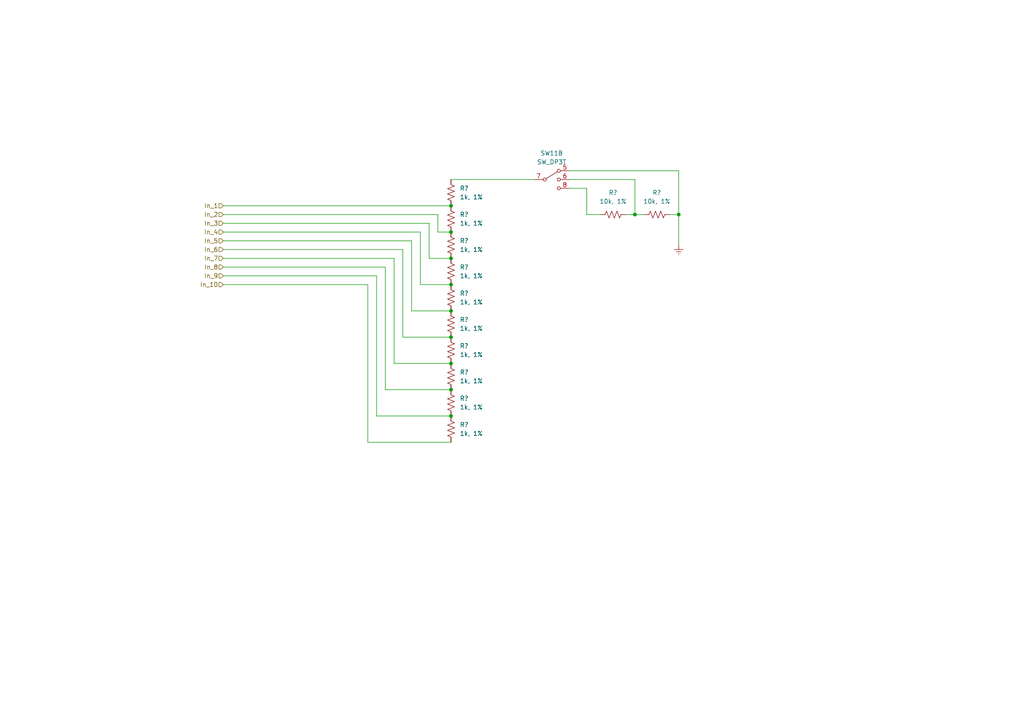
<source format=kicad_sch>
(kicad_sch (version 20211123) (generator eeschema)
  (paper "A4")
  (lib_symbols
    (symbol "Device:R_US" (pin_numbers hide) (pin_names (offset 0))
      (property "Reference" "R" (at 2.54 0 90))
      (property "Value" "R_US" (at -2.54 0 90))
      (symbol "R_US_0_1"
        (polyline (pts (xy 0 -2.286) (xy 0 -2.54)))
        (polyline (pts (xy 0 2.286) (xy 0 2.54)))
        (polyline (pts (xy 0 -0.762) (xy 1.016 -1.143) (xy 0 -1.524) (xy -1.016 -1.905) (xy 0 -2.286)))
        (polyline (pts (xy 0 0.762) (xy 1.016 0.381) (xy 0 0) (xy -1.016 -0.381) (xy 0 -0.762)))
        (polyline (pts (xy 0 2.286) (xy 1.016 1.905) (xy 0 1.524) (xy -1.016 1.143) (xy 0 0.762)))
      )
      (symbol "R_US_1_1"
        (pin passive line (at 0 3.81 270) (length 1.27) (name "~") (number "1"))
        (pin passive line (at 0 -3.81 90) (length 1.27) (name "~") (number "2"))
      )
    )
    (symbol "Switch:SW_DP3T" (pin_names (offset 0) hide)
      (property "Reference" "SW" (at 0 5.08 0))
      (property "Value" "SW_DP3T" (at 0 -5.08 0))
      (symbol "SW_DP3T_0_1"
        (circle (center -2.032 0) (radius 0.4572))
        (polyline (pts (xy -1.651 0.254) (xy 1.651 2.286)))
        (circle (center 2.032 -2.54) (radius 0.4572))
        (circle (center 2.032 0) (radius 0.4572))
        (circle (center 2.032 2.54) (radius 0.4572))
      )
      (symbol "SW_DP3T_1_1"
        (pin passive line (at 5.08 2.54 180) (length 2.54) (name "1") (number "1"))
        (pin passive line (at 5.08 0 180) (length 2.54) (name "2") (number "2"))
        (pin passive line (at -5.08 0 0) (length 2.54) (name "3") (number "3"))
        (pin passive line (at 5.08 -2.54 180) (length 2.54) (name "4") (number "4"))
      )
      (symbol "SW_DP3T_2_1"
        (pin passive line (at 5.08 2.54 180) (length 2.54) (name "5") (number "5"))
        (pin passive line (at 5.08 0 180) (length 2.54) (name "6") (number "6"))
        (pin passive line (at -5.08 0 0) (length 2.54) (name "7") (number "7"))
        (pin passive line (at 5.08 -2.54 180) (length 2.54) (name "8") (number "8"))
      )
    )
    (symbol "power:Earth" (power) (pin_names (offset 0))
      (symbol "Earth_0_1"
        (polyline (pts (xy -0.635 -1.905) (xy 0.635 -1.905)))
        (polyline (pts (xy -0.127 -2.54) (xy 0.127 -2.54)))
        (polyline (pts (xy 0 -1.27) (xy 0 0)))
        (polyline (pts (xy 1.27 -1.27) (xy -1.27 -1.27)))
      )
      (symbol "Earth_1_1"
        (pin power_in line (at 0 0 270) (length 0) hide (name "Earth") (number "1"))
      )
    )
  )
  (junction (at 130.81 97.79))
  (junction (at 130.81 113.03))
  (junction (at 130.81 59.69))
  (junction (at 130.81 120.65))
  (junction (at 196.85 62.23))
  (junction (at 130.81 74.93))
  (junction (at 130.81 67.31))
  (junction (at 130.81 90.17))
  (junction (at 130.81 82.55))
  (junction (at 130.81 105.41))
  (junction (at 184.15 62.23))
  (wire (pts (xy 64.77 59.69) (xy 130.81 59.69)))
  (wire (pts (xy 121.92 67.31) (xy 64.77 67.31)))
  (wire (pts (xy 130.81 120.65) (xy 109.22 120.65)))
  (wire (pts (xy 130.81 90.17) (xy 119.38 90.17)))
  (wire (pts (xy 119.38 69.85) (xy 64.77 69.85)))
  (wire (pts (xy 116.84 97.79) (xy 116.84 72.39)))
  (wire (pts (xy 130.81 128.27) (xy 106.68 128.27)))
  (wire (pts (xy 196.85 49.53) (xy 196.85 62.23)))
  (wire (pts (xy 130.81 52.07) (xy 154.94 52.07)))
  (wire (pts (xy 111.76 113.03) (xy 111.76 77.47)))
  (wire (pts (xy 64.77 74.93) (xy 114.3 74.93)))
  (wire (pts (xy 64.77 62.23) (xy 127 62.23)))
  (wire (pts (xy 170.18 54.61) (xy 165.1 54.61)))
  (wire (pts (xy 119.38 90.17) (xy 119.38 69.85)))
  (wire (pts (xy 127 62.23) (xy 127 67.31)))
  (wire (pts (xy 109.22 120.65) (xy 109.22 80.01)))
  (wire (pts (xy 194.31 62.23) (xy 196.85 62.23)))
  (wire (pts (xy 106.68 128.27) (xy 106.68 82.55)))
  (wire (pts (xy 124.46 64.77) (xy 124.46 74.93)))
  (wire (pts (xy 106.68 82.55) (xy 64.77 82.55)))
  (wire (pts (xy 130.81 82.55) (xy 121.92 82.55)))
  (wire (pts (xy 196.85 62.23) (xy 196.85 71.12)))
  (wire (pts (xy 184.15 52.07) (xy 184.15 62.23)))
  (wire (pts (xy 170.18 62.23) (xy 170.18 54.61)))
  (wire (pts (xy 64.77 64.77) (xy 124.46 64.77)))
  (wire (pts (xy 184.15 62.23) (xy 186.69 62.23)))
  (wire (pts (xy 181.61 62.23) (xy 184.15 62.23)))
  (wire (pts (xy 173.99 62.23) (xy 170.18 62.23)))
  (wire (pts (xy 116.84 72.39) (xy 64.77 72.39)))
  (wire (pts (xy 111.76 77.47) (xy 64.77 77.47)))
  (wire (pts (xy 109.22 80.01) (xy 64.77 80.01)))
  (wire (pts (xy 130.81 97.79) (xy 116.84 97.79)))
  (wire (pts (xy 121.92 82.55) (xy 121.92 67.31)))
  (wire (pts (xy 114.3 105.41) (xy 130.81 105.41)))
  (wire (pts (xy 124.46 74.93) (xy 130.81 74.93)))
  (wire (pts (xy 130.81 113.03) (xy 111.76 113.03)))
  (wire (pts (xy 165.1 52.07) (xy 184.15 52.07)))
  (wire (pts (xy 114.3 74.93) (xy 114.3 105.41)))
  (wire (pts (xy 127 67.31) (xy 130.81 67.31)))
  (wire (pts (xy 165.1 49.53) (xy 196.85 49.53)))
  (hierarchical_label "In_9" (shape input) (at 64.77 80.01 180))
  (hierarchical_label "In_2" (shape input) (at 64.77 62.23 180))
  (hierarchical_label "In_4" (shape input) (at 64.77 67.31 180))
  (hierarchical_label "In_6" (shape input) (at 64.77 72.39 180))
  (hierarchical_label "In_3" (shape input) (at 64.77 64.77 180))
  (hierarchical_label "In_1" (shape input) (at 64.77 59.69 180))
  (hierarchical_label "In_8" (shape input) (at 64.77 77.47 180))
  (hierarchical_label "In_10" (shape input) (at 64.77 82.55 180))
  (hierarchical_label "In_5" (shape input) (at 64.77 69.85 180))
  (hierarchical_label "In_7" (shape input) (at 64.77 74.93 180))
  (symbol (lib_id "Device:R_US") (at 130.81 63.5 180) (unit 1)
    (property "Reference" "R?" (at 133.35 62.2299 0) (effects (justify right)))
    (property "Value" "1k, 1%" (at 133.35 64.7699 0) (effects (justify right)))
  )
  (symbol (lib_id "Device:R_US") (at 130.81 109.22 180) (unit 1)
    (property "Reference" "R?" (at 133.35 107.9499 0) (effects (justify right)))
    (property "Value" "1k, 1%" (at 133.35 110.4899 0) (effects (justify right)))
  )
  (symbol (lib_id "Device:R_US") (at 130.81 55.88 180) (unit 1)
    (property "Reference" "R?" (at 133.35 54.6099 0) (effects (justify right)))
    (property "Value" "1k, 1%" (at 133.35 57.1499 0) (effects (justify right)))
  )
  (symbol (lib_id "power:Earth") (at 196.85 71.12 0) (unit 1)
    (property "Reference" "#PWR?" (effects hide))
    (property "Value" "Earth" (effects hide))
  )
  (symbol (lib_id "Device:R_US") (at 130.81 116.84 180) (unit 1)
    (property "Reference" "R?" (at 133.35 115.5699 0) (effects (justify right)))
    (property "Value" "1k, 1%" (at 133.35 118.1099 0) (effects (justify right)))
  )
  (symbol (lib_id "Device:R_US") (at 130.81 71.12 180) (unit 1)
    (property "Reference" "R?" (at 133.35 69.8499 0) (effects (justify right)))
    (property "Value" "1k, 1%" (at 133.35 72.3899 0) (effects (justify right)))
  )
  (symbol (lib_id "Device:R_US") (at 130.81 93.98 180) (unit 1)
    (property "Reference" "R?" (at 133.35 92.7099 0) (effects (justify right)))
    (property "Value" "1k, 1%" (at 133.35 95.2499 0) (effects (justify right)))
  )
  (symbol (lib_id "Device:R_US") (at 130.81 101.6 180) (unit 1)
    (property "Reference" "R?" (at 133.35 100.3299 0) (effects (justify right)))
    (property "Value" "1k, 1%" (at 133.35 102.8699 0) (effects (justify right)))
  )
  (symbol (lib_id "Device:R_US") (at 190.5 62.23 90) (unit 1)
    (property "Reference" "R?" (at 190.5 55.88 90))
    (property "Value" "10k, 1%" (at 190.5 58.42 90))
  )
  (symbol (lib_id "Device:R_US") (at 130.81 86.36 180) (unit 1)
    (property "Reference" "R?" (at 133.35 85.0899 0) (effects (justify right)))
    (property "Value" "1k, 1%" (at 133.35 87.6299 0) (effects (justify right)))
  )
  (symbol (lib_id "Device:R_US") (at 177.8 62.23 90) (unit 1)
    (property "Reference" "R?" (at 177.8 55.88 90))
    (property "Value" "10k, 1%" (at 177.8 58.42 90))
  )
  (symbol (lib_id "Switch:SW_DP3T") (at 160.02 52.07 0) (unit 2)
    (property "Reference" "SW11" (at 160.02 44.45 0))
    (property "Value" "SW_DP3T" (at 160.02 46.99 0))
  )
  (symbol (lib_id "Device:R_US") (at 130.81 78.74 180) (unit 1)
    (property "Reference" "R?" (at 133.35 77.4699 0) (effects (justify right)))
    (property "Value" "1k, 1%" (at 133.35 80.0099 0) (effects (justify right)))
  )
  (symbol (lib_id "Device:R_US") (at 130.81 124.46 180) (unit 1)
    (property "Reference" "R?" (at 133.35 123.1899 0) (effects (justify right)))
    (property "Value" "1k, 1%" (at 133.35 125.7299 0) (effects (justify right)))
  )
)
</source>
